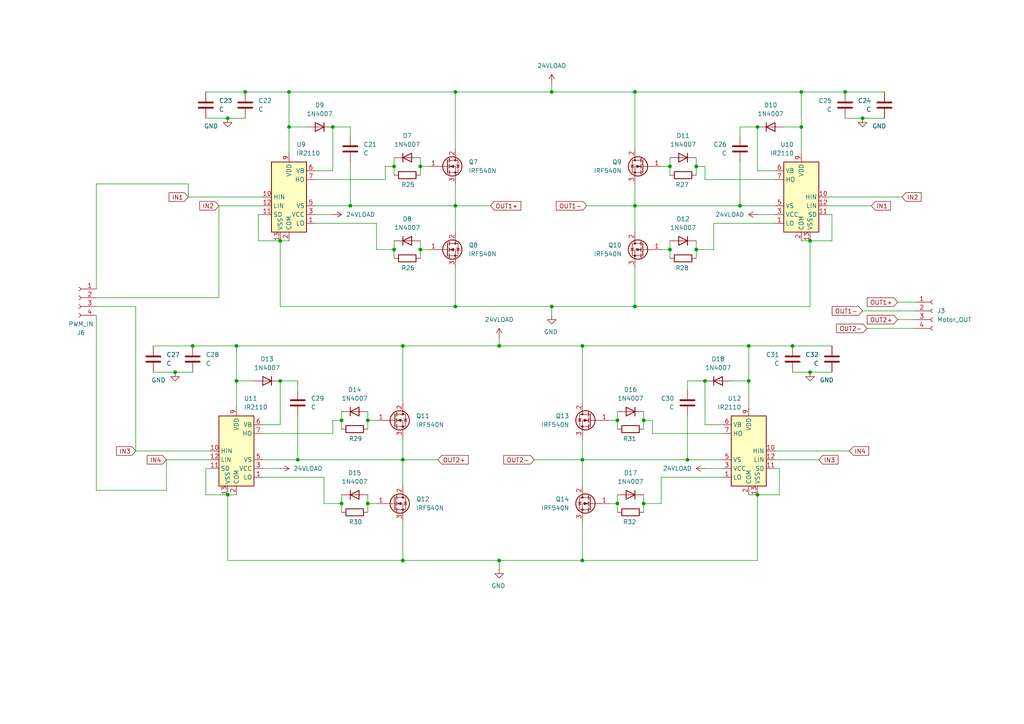
<source format=kicad_sch>
(kicad_sch (version 20250114) (generator "eeschema") (generator_version "9.0")
  (paper "A4")
  (lib_symbols
    (symbol "Connector:Conn_01x04_Socket" (pin_names (offset 1.016) (hide yes))
      (property "Reference" "J" (at 0 5.08 0))
      (property "Value" "Conn_01x04_Socket" (at 0 -7.62 0))
      (symbol "Conn_01x04_Socket_1_1"
        (polyline (pts (xy -1.27 2.54) (xy -0.508 2.54)) (stroke (width 0.1524)))
        (polyline (pts (xy -1.27 0) (xy -0.508 0)) (stroke (width 0.1524)))
        (polyline (pts (xy -1.27 -2.54) (xy -0.508 -2.54)) (stroke (width 0.1524)))
        (polyline (pts (xy -1.27 -5.08) (xy -0.508 -5.08)) (stroke (width 0.1524)))
        (arc (start 0 2.032) (mid -0.5058 2.54) (end 0 3.048) (stroke (width 0.1524)))
        (arc (start 0 -0.508) (mid -0.5058 0) (end 0 0.508) (stroke (width 0.1524)))
        (arc (start 0 -3.048) (mid -0.5058 -2.54) (end 0 -2.032) (stroke (width 0.1524)))
        (arc (start 0 -5.588) (mid -0.5058 -5.08) (end 0 -4.572) (stroke (width 0.1524)))
        (pin passive line (at -5.08 2.54 0) (length 3.81) (name "Pin_1") (number "1"))
        (pin passive line (at -5.08 0 0) (length 3.81) (name "Pin_2") (number "2"))
        (pin passive line (at -5.08 -2.54 0) (length 3.81) (name "Pin_3") (number "3"))
        (pin passive line (at -5.08 -5.08 0) (length 3.81) (name "Pin_4") (number "4"))
      )
    )
    (symbol "Device:C" (pin_numbers (hide yes)) (pin_names (offset 0.254))
      (property "Reference" "C" (at 0.635 2.54 0))
      (property "Value" "C" (at 0.635 -2.54 0))
      (symbol "C_0_1"
        (polyline (pts (xy -2.032 0.762) (xy 2.032 0.762)) (stroke (width 0.508)))
        (polyline (pts (xy -2.032 -0.762) (xy 2.032 -0.762)) (stroke (width 0.508)))
      )
      (symbol "C_1_1"
        (pin passive line (at 0 3.81 270) (length 2.794) (name "~") (number "1"))
        (pin passive line (at 0 -3.81 90) (length 2.794) (name "~") (number "2"))
      )
    )
    (symbol "Device:R" (pin_numbers (hide yes)) (pin_names (offset 0))
      (property "Reference" "R" (at 2.032 0 90))
      (property "Value" "R" (at 0 0 90))
      (symbol "R_0_1"
        (rectangle (start -1.016 -2.54) (end 1.016 2.54) (stroke (width 0.254)))
      )
      (symbol "R_1_1"
        (pin passive line (at 0 3.81 270) (length 1.27) (name "~") (number "1"))
        (pin passive line (at 0 -3.81 90) (length 1.27) (name "~") (number "2"))
      )
    )
    (symbol "Diode:1N4007" (pin_numbers (hide yes)) (pin_names (hide yes))
      (property "Reference" "D" (at 0 2.54 0))
      (property "Value" "1N4007" (at 0 -2.54 0))
      (symbol "1N4007_0_1"
        (polyline (pts (xy -1.27 1.27) (xy -1.27 -1.27)) (stroke (width 0.254)))
        (polyline (pts (xy 1.27 1.27) (xy 1.27 -1.27) (xy -1.27 0) (xy 1.27 1.27)) (stroke (width 0.254)))
        (polyline (pts (xy 1.27 0) (xy -1.27 0)))
      )
      (symbol "1N4007_1_1"
        (pin passive line (at -3.81 0 0) (length 2.54) (name "K") (number "1"))
        (pin passive line (at 3.81 0 180) (length 2.54) (name "A") (number "2"))
      )
    )
    (symbol "Driver_FET:IR2110"
      (property "Reference" "U" (at 1.27 13.335 0))
      (property "Value" "IR2110" (at 1.27 11.43 0))
      (symbol "IR2110_0_1"
        (rectangle (start -5.08 -10.16) (end 5.08 10.16) (stroke (width 0.254)) (fill (type background)))
      )
      (symbol "IR2110_1_1"
        (pin input line (at -7.62 0 0) (length 2.54) (name "HIN") (number "10"))
        (pin input line (at -7.62 -2.54 0) (length 2.54) (name "LIN") (number "12"))
        (pin input line (at -7.62 -5.08 0) (length 2.54) (name "SD") (number "11"))
        (pin no_connect line (at -5.08 7.62 0) (length 2.54) (hide yes) (name "NC") (number "4"))
        (pin no_connect line (at -5.08 5.08 0) (length 2.54) (hide yes) (name "NC") (number "8"))
        (pin no_connect line (at -5.08 2.54 0) (length 2.54) (hide yes) (name "NC") (number "14"))
        (pin power_in line (at -2.54 -12.7 90) (length 2.54) (name "VSS") (number "13"))
        (pin power_in line (at 0 12.7 270) (length 2.54) (name "VDD") (number "9"))
        (pin power_in line (at 0 -12.7 90) (length 2.54) (name "COM") (number "2"))
        (pin passive line (at 7.62 7.62 180) (length 2.54) (name "VB") (number "6"))
        (pin output line (at 7.62 5.08 180) (length 2.54) (name "HO") (number "7"))
        (pin passive line (at 7.62 -2.54 180) (length 2.54) (name "VS") (number "5"))
        (pin power_in line (at 7.62 -5.08 180) (length 2.54) (name "VCC") (number "3"))
        (pin output line (at 7.62 -7.62 180) (length 2.54) (name "LO") (number "1"))
      )
    )
    (symbol "Transistor_FET:IRF540N" (pin_names (hide yes))
      (property "Reference" "Q" (at 5.08 1.905 0))
      (property "Value" "IRF540N" (at 5.08 0 0))
      (symbol "IRF540N_0_1"
        (polyline (pts (xy 0.254 1.905) (xy 0.254 -1.905)) (stroke (width 0.254)))
        (polyline (pts (xy 0.254 0) (xy -2.54 0)))
        (polyline (pts (xy 0.762 2.286) (xy 0.762 1.27)) (stroke (width 0.254)))
        (polyline (pts (xy 0.762 0.508) (xy 0.762 -0.508)) (stroke (width 0.254)))
        (polyline (pts (xy 0.762 -1.27) (xy 0.762 -2.286)) (stroke (width 0.254)))
        (polyline (pts (xy 0.762 -1.778) (xy 3.302 -1.778) (xy 3.302 1.778) (xy 0.762 1.778)))
        (polyline (pts (xy 1.016 0) (xy 2.032 0.381) (xy 2.032 -0.381) (xy 1.016 0)) (fill (type outline)))
        (circle (center 1.651 0) (radius 2.794) (stroke (width 0.254)))
        (polyline (pts (xy 2.54 2.54) (xy 2.54 1.778)))
        (circle (center 2.54 1.778) (radius 0.254) (fill (type outline)))
        (circle (center 2.54 -1.778) (radius 0.254) (fill (type outline)))
        (polyline (pts (xy 2.54 -2.54) (xy 2.54 0) (xy 0.762 0)))
        (polyline (pts (xy 2.794 0.508) (xy 2.921 0.381) (xy 3.683 0.381) (xy 3.81 0.254)))
        (polyline (pts (xy 3.302 0.381) (xy 2.921 -0.254) (xy 3.683 -0.254) (xy 3.302 0.381)))
      )
      (symbol "IRF540N_1_1"
        (pin input line (at -5.08 0 0) (length 2.54) (name "G") (number "1"))
        (pin passive line (at 2.54 5.08 270) (length 2.54) (name "D") (number "2"))
        (pin passive line (at 2.54 -5.08 90) (length 2.54) (name "S") (number "3"))
      )
    )
    (symbol "power:GND" (power) (pin_numbers (hide yes)) (pin_names (offset 0) (hide yes))
      (property "Value" "GND" (at 0 -3.81 0))
      (symbol "GND_0_1"
        (polyline (pts (xy 0 0) (xy 0 -1.27) (xy 1.27 -1.27) (xy 0 -2.54) (xy -1.27 -1.27) (xy 0 -1.27)))
      )
      (symbol "GND_1_1"
        (pin power_in line (at 0 0 270) (length 0) (name "~") (number "1"))
      )
    )
    (symbol "power:VCC" (power) (pin_numbers (hide yes)) (pin_names (offset 0) (hide yes))
      (property "Value" "VCC" (at 0 3.556 0))
      (symbol "VCC_0_1"
        (polyline (pts (xy -0.762 1.27) (xy 0 2.54)))
        (polyline (pts (xy 0 2.54) (xy 0.762 1.27)))
        (polyline (pts (xy 0 0) (xy 0 2.54)))
      )
      (symbol "VCC_1_1"
        (pin power_in line (at 0 0 90) (length 0) (name "~") (number "1"))
      )
    )
  )
  (junction (at 219.71 36.83))
  (junction (at 234.95 107.95))
  (junction (at 214.63 59.69))
  (junction (at 121.92 48.26))
  (junction (at 68.58 110.49))
  (junction (at 245.11 26.67))
  (junction (at 68.58 100.33))
  (junction (at 250.19 34.29))
  (junction (at 179.07 146.05))
  (junction (at 50.8 107.95))
  (junction (at 132.08 59.69))
  (junction (at 96.52 36.83))
  (junction (at 144.78 100.33))
  (junction (at 194.31 48.26))
  (junction (at 106.68 146.05))
  (junction (at 106.68 121.92))
  (junction (at 217.17 100.33))
  (junction (at 234.95 69.85))
  (junction (at 81.28 110.49))
  (junction (at 184.15 88.9))
  (junction (at 204.47 110.49))
  (junction (at 86.36 133.35))
  (junction (at 132.08 88.9))
  (junction (at 217.17 110.49))
  (junction (at 186.69 121.92))
  (junction (at 186.69 146.05))
  (junction (at 66.04 143.51))
  (junction (at 114.3 48.26))
  (junction (at 194.31 72.39))
  (junction (at 232.41 36.83))
  (junction (at 121.92 72.39))
  (junction (at 99.06 121.92))
  (junction (at 83.82 36.83))
  (junction (at 116.84 133.35))
  (junction (at 184.15 59.69))
  (junction (at 71.12 26.67))
  (junction (at 81.28 69.85))
  (junction (at 83.82 26.67))
  (junction (at 201.93 48.26))
  (junction (at 232.41 26.67))
  (junction (at 168.91 100.33))
  (junction (at 144.78 162.56))
  (junction (at 199.39 133.35))
  (junction (at 114.3 72.39))
  (junction (at 179.07 121.92))
  (junction (at 219.71 143.51))
  (junction (at 184.15 26.67))
  (junction (at 168.91 133.35))
  (junction (at 132.08 26.67))
  (junction (at 160.02 26.67))
  (junction (at 55.88 100.33))
  (junction (at 116.84 100.33))
  (junction (at 168.91 162.56))
  (junction (at 160.02 88.9))
  (junction (at 66.04 34.29))
  (junction (at 101.6 59.69))
  (junction (at 99.06 146.05))
  (junction (at 201.93 72.39))
  (junction (at 229.87 100.33))
  (junction (at 116.84 162.56))
  (wire (pts (xy 199.39 110.49) (xy 204.47 110.49)))
  (wire (pts (xy 81.28 69.85) (xy 81.28 88.9)))
  (wire (pts (xy 207.01 72.39) (xy 201.93 72.39)))
  (wire (pts (xy 232.41 26.67) (xy 184.15 26.67)))
  (wire (pts (xy 184.15 43.18) (xy 184.15 26.67)))
  (wire (pts (xy 116.84 151.13) (xy 116.84 162.56)))
  (wire (pts (xy 83.82 44.45) (xy 83.82 36.83)))
  (wire (pts (xy 144.78 100.33) (xy 116.84 100.33)))
  (wire (pts (xy 55.88 100.33) (xy 68.58 100.33)))
  (wire (pts (xy 214.63 46.99) (xy 214.63 59.69)))
  (wire (pts (xy 214.63 39.37) (xy 214.63 36.83)))
  (wire (pts (xy 76.2 138.43) (xy 93.98 138.43)))
  (wire (pts (xy 76.2 135.89) (xy 81.28 135.89)))
  (wire (pts (xy 83.82 36.83) (xy 88.9 36.83)))
  (wire (pts (xy 59.69 143.51) (xy 66.04 143.51)))
  (wire (pts (xy 48.26 133.35) (xy 60.96 133.35)))
  (wire (pts (xy 86.36 110.49) (xy 81.28 110.49)))
  (wire (pts (xy 44.45 100.33) (xy 55.88 100.33)))
  (wire (pts (xy 60.96 135.89) (xy 59.69 135.89)))
  (wire (pts (xy 240.03 62.23) (xy 241.3 62.23)))
  (wire (pts (xy 116.84 133.35) (xy 116.84 140.97)))
  (wire (pts (xy 91.44 52.07) (xy 111.76 52.07)))
  (wire (pts (xy 106.68 119.38) (xy 106.68 121.92)))
  (wire (pts (xy 59.69 135.89) (xy 59.69 143.51)))
  (wire (pts (xy 184.15 53.34) (xy 184.15 59.69)))
  (wire (pts (xy 194.31 48.26) (xy 194.31 50.8)))
  (wire (pts (xy 160.02 88.9) (xy 132.08 88.9)))
  (wire (pts (xy 214.63 59.69) (xy 224.79 59.69)))
  (wire (pts (xy 109.22 72.39) (xy 114.3 72.39)))
  (wire (pts (xy 39.37 88.9) (xy 39.37 130.81)))
  (wire (pts (xy 226.06 143.51) (xy 219.71 143.51)))
  (wire (pts (xy 27.94 86.36) (xy 63.5 86.36)))
  (wire (pts (xy 168.91 116.84) (xy 168.91 100.33)))
  (wire (pts (xy 241.3 62.23) (xy 241.3 69.85)))
  (wire (pts (xy 245.11 26.67) (xy 232.41 26.67)))
  (wire (pts (xy 121.92 72.39) (xy 121.92 74.93)))
  (wire (pts (xy 237.49 133.35) (xy 224.79 133.35)))
  (wire (pts (xy 160.02 26.67) (xy 184.15 26.67)))
  (wire (pts (xy 132.08 88.9) (xy 81.28 88.9)))
  (wire (pts (xy 160.02 88.9) (xy 160.02 91.44)))
  (wire (pts (xy 209.55 123.19) (xy 204.47 123.19)))
  (wire (pts (xy 76.2 123.19) (xy 81.28 123.19)))
  (wire (pts (xy 219.71 143.51) (xy 219.71 162.56)))
  (wire (pts (xy 241.3 69.85) (xy 234.95 69.85)))
  (wire (pts (xy 101.6 36.83) (xy 96.52 36.83)))
  (wire (pts (xy 111.76 48.26) (xy 114.3 48.26)))
  (wire (pts (xy 256.54 34.29) (xy 250.19 34.29)))
  (wire (pts (xy 101.6 39.37) (xy 101.6 36.83)))
  (wire (pts (xy 201.93 69.85) (xy 201.93 72.39)))
  (wire (pts (xy 179.07 121.92) (xy 179.07 124.46)))
  (wire (pts (xy 241.3 100.33) (xy 229.87 100.33)))
  (wire (pts (xy 189.23 121.92) (xy 186.69 121.92)))
  (wire (pts (xy 214.63 36.83) (xy 219.71 36.83)))
  (wire (pts (xy 99.06 121.92) (xy 99.06 124.46)))
  (wire (pts (xy 186.69 119.38) (xy 186.69 121.92)))
  (wire (pts (xy 144.78 162.56) (xy 144.78 165.1)))
  (wire (pts (xy 186.69 121.92) (xy 186.69 124.46)))
  (wire (pts (xy 86.36 113.03) (xy 86.36 110.49)))
  (wire (pts (xy 179.07 119.38) (xy 179.07 121.92)))
  (wire (pts (xy 191.77 146.05) (xy 186.69 146.05)))
  (wire (pts (xy 160.02 24.13) (xy 160.02 26.67)))
  (wire (pts (xy 71.12 26.67) (xy 83.82 26.67)))
  (wire (pts (xy 251.46 95.25) (xy 265.43 95.25)))
  (wire (pts (xy 199.39 120.65) (xy 199.39 133.35)))
  (wire (pts (xy 217.17 118.11) (xy 217.17 110.49)))
  (wire (pts (xy 232.41 36.83) (xy 232.41 26.67)))
  (wire (pts (xy 226.06 135.89) (xy 226.06 143.51)))
  (wire (pts (xy 59.69 26.67) (xy 71.12 26.67)))
  (wire (pts (xy 194.31 72.39) (xy 194.31 69.85)))
  (wire (pts (xy 144.78 162.56) (xy 168.91 162.56)))
  (wire (pts (xy 91.44 62.23) (xy 96.52 62.23)))
  (wire (pts (xy 179.07 146.05) (xy 179.07 143.51)))
  (wire (pts (xy 217.17 110.49) (xy 212.09 110.49)))
  (wire (pts (xy 224.79 49.53) (xy 219.71 49.53)))
  (wire (pts (xy 132.08 53.34) (xy 132.08 59.69)))
  (wire (pts (xy 224.79 62.23) (xy 219.71 62.23)))
  (wire (pts (xy 68.58 110.49) (xy 73.66 110.49)))
  (wire (pts (xy 96.52 125.73) (xy 96.52 121.92)))
  (wire (pts (xy 44.45 107.95) (xy 50.8 107.95)))
  (wire (pts (xy 256.54 26.67) (xy 245.11 26.67)))
  (wire (pts (xy 116.84 162.56) (xy 66.04 162.56)))
  (wire (pts (xy 59.69 34.29) (xy 66.04 34.29)))
  (wire (pts (xy 179.07 121.92) (xy 176.53 121.92)))
  (wire (pts (xy 144.78 97.79) (xy 144.78 100.33)))
  (wire (pts (xy 114.3 48.26) (xy 114.3 50.8)))
  (wire (pts (xy 207.01 64.77) (xy 207.01 72.39)))
  (wire (pts (xy 260.35 92.71) (xy 265.43 92.71)))
  (wire (pts (xy 116.84 116.84) (xy 116.84 100.33)))
  (wire (pts (xy 63.5 86.36) (xy 63.5 59.69)))
  (wire (pts (xy 168.91 162.56) (xy 219.71 162.56)))
  (wire (pts (xy 86.36 133.35) (xy 76.2 133.35)))
  (wire (pts (xy 144.78 162.56) (xy 116.84 162.56)))
  (wire (pts (xy 132.08 59.69) (xy 132.08 67.31)))
  (wire (pts (xy 194.31 48.26) (xy 191.77 48.26)))
  (wire (pts (xy 27.94 142.24) (xy 48.26 142.24)))
  (wire (pts (xy 86.36 120.65) (xy 86.36 133.35)))
  (wire (pts (xy 154.94 133.35) (xy 168.91 133.35)))
  (wire (pts (xy 66.04 34.29) (xy 71.12 34.29)))
  (wire (pts (xy 132.08 77.47) (xy 132.08 88.9)))
  (wire (pts (xy 194.31 72.39) (xy 191.77 72.39)))
  (wire (pts (xy 93.98 146.05) (xy 99.06 146.05)))
  (wire (pts (xy 246.38 130.81) (xy 224.79 130.81)))
  (wire (pts (xy 121.92 45.72) (xy 121.92 48.26)))
  (wire (pts (xy 232.41 36.83) (xy 227.33 36.83)))
  (wire (pts (xy 114.3 69.85) (xy 114.3 72.39)))
  (wire (pts (xy 91.44 64.77) (xy 109.22 64.77)))
  (wire (pts (xy 48.26 142.24) (xy 48.26 133.35)))
  (wire (pts (xy 74.93 62.23) (xy 74.93 69.85)))
  (wire (pts (xy 81.28 110.49) (xy 81.28 123.19)))
  (wire (pts (xy 234.95 107.95) (xy 229.87 107.95)))
  (wire (pts (xy 241.3 107.95) (xy 234.95 107.95)))
  (wire (pts (xy 252.73 59.69) (xy 240.03 59.69)))
  (wire (pts (xy 93.98 138.43) (xy 93.98 146.05)))
  (wire (pts (xy 204.47 48.26) (xy 201.93 48.26)))
  (wire (pts (xy 201.93 48.26) (xy 201.93 50.8)))
  (wire (pts (xy 170.18 59.69) (xy 184.15 59.69)))
  (wire (pts (xy 194.31 45.72) (xy 194.31 48.26)))
  (wire (pts (xy 144.78 100.33) (xy 168.91 100.33)))
  (wire (pts (xy 106.68 146.05) (xy 106.68 148.59)))
  (wire (pts (xy 101.6 59.69) (xy 91.44 59.69)))
  (wire (pts (xy 121.92 72.39) (xy 121.92 69.85)))
  (wire (pts (xy 101.6 46.99) (xy 101.6 59.69)))
  (wire (pts (xy 250.19 90.17) (xy 265.43 90.17)))
  (wire (pts (xy 179.07 146.05) (xy 176.53 146.05)))
  (wire (pts (xy 179.07 146.05) (xy 179.07 148.59)))
  (wire (pts (xy 121.92 72.39) (xy 124.46 72.39)))
  (wire (pts (xy 204.47 110.49) (xy 204.47 123.19)))
  (wire (pts (xy 160.02 26.67) (xy 132.08 26.67)))
  (wire (pts (xy 199.39 133.35) (xy 209.55 133.35)))
  (wire (pts (xy 232.41 44.45) (xy 232.41 36.83)))
  (wire (pts (xy 114.3 45.72) (xy 114.3 48.26)))
  (wire (pts (xy 106.68 146.05) (xy 106.68 143.51)))
  (wire (pts (xy 219.71 36.83) (xy 219.71 49.53)))
  (wire (pts (xy 27.94 88.9) (xy 39.37 88.9)))
  (wire (pts (xy 54.61 57.15) (xy 76.2 57.15)))
  (wire (pts (xy 68.58 118.11) (xy 68.58 110.49)))
  (wire (pts (xy 121.92 48.26) (xy 121.92 50.8)))
  (wire (pts (xy 66.04 143.51) (xy 68.58 143.51)))
  (wire (pts (xy 132.08 59.69) (xy 142.24 59.69)))
  (wire (pts (xy 168.91 133.35) (xy 199.39 133.35)))
  (wire (pts (xy 199.39 113.03) (xy 199.39 110.49)))
  (wire (pts (xy 76.2 62.23) (xy 74.93 62.23)))
  (wire (pts (xy 99.06 146.05) (xy 99.06 148.59)))
  (wire (pts (xy 74.93 69.85) (xy 81.28 69.85)))
  (wire (pts (xy 234.95 69.85) (xy 232.41 69.85)))
  (wire (pts (xy 184.15 59.69) (xy 184.15 67.31)))
  (wire (pts (xy 201.93 45.72) (xy 201.93 48.26)))
  (wire (pts (xy 106.68 146.05) (xy 109.22 146.05)))
  (wire (pts (xy 116.84 127) (xy 116.84 133.35)))
  (wire (pts (xy 99.06 119.38) (xy 99.06 121.92)))
  (wire (pts (xy 39.37 130.81) (xy 60.96 130.81)))
  (wire (pts (xy 204.47 52.07) (xy 204.47 48.26)))
  (wire (pts (xy 189.23 125.73) (xy 189.23 121.92)))
  (wire (pts (xy 250.19 34.29) (xy 245.11 34.29)))
  (wire (pts (xy 114.3 72.39) (xy 114.3 74.93)))
  (wire (pts (xy 106.68 121.92) (xy 109.22 121.92)))
  (wire (pts (xy 168.91 127) (xy 168.91 133.35)))
  (wire (pts (xy 217.17 110.49) (xy 217.17 100.33)))
  (wire (pts (xy 86.36 133.35) (xy 116.84 133.35)))
  (wire (pts (xy 229.87 100.33) (xy 217.17 100.33)))
  (wire (pts (xy 76.2 125.73) (xy 96.52 125.73)))
  (wire (pts (xy 224.79 135.89) (xy 226.06 135.89)))
  (wire (pts (xy 106.68 121.92) (xy 106.68 124.46)))
  (wire (pts (xy 184.15 59.69) (xy 214.63 59.69)))
  (wire (pts (xy 261.62 57.15) (xy 240.03 57.15)))
  (wire (pts (xy 27.94 91.44) (xy 27.94 142.24)))
  (wire (pts (xy 96.52 36.83) (xy 96.52 49.53)))
  (wire (pts (xy 209.55 125.73) (xy 189.23 125.73)))
  (wire (pts (xy 121.92 48.26) (xy 124.46 48.26)))
  (wire (pts (xy 184.15 77.47) (xy 184.15 88.9)))
  (wire (pts (xy 201.93 72.39) (xy 201.93 74.93)))
  (wire (pts (xy 99.06 143.51) (xy 99.06 146.05)))
  (wire (pts (xy 209.55 138.43) (xy 191.77 138.43)))
  (wire (pts (xy 50.8 107.95) (xy 55.88 107.95)))
  (wire (pts (xy 168.91 133.35) (xy 168.91 140.97)))
  (wire (pts (xy 219.71 143.51) (xy 217.17 143.51)))
  (wire (pts (xy 160.02 88.9) (xy 184.15 88.9)))
  (wire (pts (xy 81.28 69.85) (xy 83.82 69.85)))
  (wire (pts (xy 168.91 151.13) (xy 168.91 162.56)))
  (wire (pts (xy 27.94 53.34) (xy 54.61 53.34)))
  (wire (pts (xy 191.77 138.43) (xy 191.77 146.05)))
  (wire (pts (xy 194.31 72.39) (xy 194.31 74.93)))
  (wire (pts (xy 224.79 64.77) (xy 207.01 64.77)))
  (wire (pts (xy 217.17 100.33) (xy 168.91 100.33)))
  (wire (pts (xy 186.69 146.05) (xy 186.69 148.59)))
  (wire (pts (xy 132.08 43.18) (xy 132.08 26.67)))
  (wire (pts (xy 111.76 52.07) (xy 111.76 48.26)))
  (wire (pts (xy 209.55 135.89) (xy 204.47 135.89)))
  (wire (pts (xy 27.94 83.82) (xy 27.94 53.34)))
  (wire (pts (xy 68.58 110.49) (xy 68.58 100.33)))
  (wire (pts (xy 260.35 87.63) (xy 265.43 87.63)))
  (wire (pts (xy 116.84 133.35) (xy 127 133.35)))
  (wire (pts (xy 109.22 64.77) (xy 109.22 72.39)))
  (wire (pts (xy 184.15 88.9) (xy 234.95 88.9)))
  (wire (pts (xy 63.5 59.69) (xy 76.2 59.69)))
  (wire (pts (xy 83.82 36.83) (xy 83.82 26.67)))
  (wire (pts (xy 91.44 49.53) (xy 96.52 49.53)))
  (wire (pts (xy 96.52 121.92) (xy 99.06 121.92)))
  (wire (pts (xy 234.95 69.85) (xy 234.95 88.9)))
  (wire (pts (xy 186.69 143.51) (xy 186.69 146.05)))
  (wire (pts (xy 66.04 143.51) (xy 66.04 162.56)))
  (wire (pts (xy 101.6 59.69) (xy 132.08 59.69)))
  (wire (pts (xy 224.79 52.07) (xy 204.47 52.07)))
  (wire (pts (xy 54.61 53.34) (xy 54.61 57.15)))
  (wire (pts (xy 68.58 100.33) (xy 116.84 100.33)))
  (wire (pts (xy 83.82 26.67) (xy 132.08 26.67)))
  (global_label "IN3" (shape input) (at 237.49 133.35 0) (property "Intersheetrefs" "${INTERSHEET_REFS}" (effects (hide yes))))
  (global_label "IN1" (shape input) (at 54.61 57.15 180) (property "Intersheetrefs" "${INTERSHEET_REFS}" (effects (hide yes))))
  (global_label "IN3" (shape input) (at 39.37 130.81 180) (property "Intersheetrefs" "${INTERSHEET_REFS}" (effects (hide yes))))
  (global_label "OUT2+" (shape input) (at 127 133.35 0) (property "Intersheetrefs" "${INTERSHEET_REFS}" (effects (hide yes))))
  (global_label "IN2" (shape input) (at 63.5 59.69 180) (property "Intersheetrefs" "${INTERSHEET_REFS}" (effects (hide yes))))
  (global_label "OUT1-" (shape input) (at 250.19 90.17 180) (property "Intersheetrefs" "${INTERSHEET_REFS}" (effects (hide yes))))
  (global_label "OUT2-" (shape input) (at 251.46 95.25 180) (property "Intersheetrefs" "${INTERSHEET_REFS}" (effects (hide yes))))
  (global_label "IN1" (shape input) (at 252.73 59.69 0) (property "Intersheetrefs" "${INTERSHEET_REFS}" (effects (hide yes))))
  (global_label "OUT1+" (shape input) (at 260.35 87.63 180) (property "Intersheetrefs" "${INTERSHEET_REFS}" (effects (hide yes))))
  (global_label "OUT2+" (shape input) (at 260.35 92.71 180) (property "Intersheetrefs" "${INTERSHEET_REFS}" (effects (hide yes))))
  (global_label "OUT1-" (shape input) (at 170.18 59.69 180) (property "Intersheetrefs" "${INTERSHEET_REFS}" (effects (hide yes))))
  (global_label "OUT2-" (shape input) (at 154.94 133.35 180) (property "Intersheetrefs" "${INTERSHEET_REFS}" (effects (hide yes))))
  (global_label "IN4" (shape input) (at 246.38 130.81 0) (property "Intersheetrefs" "${INTERSHEET_REFS}" (effects (hide yes))))
  (global_label "IN2" (shape input) (at 261.62 57.15 0) (property "Intersheetrefs" "${INTERSHEET_REFS}" (effects (hide yes))))
  (global_label "OUT1+" (shape input) (at 142.24 59.69 0) (property "Intersheetrefs" "${INTERSHEET_REFS}" (effects (hide yes))))
  (global_label "IN4" (shape input) (at 48.26 133.35 180) (property "Intersheetrefs" "${INTERSHEET_REFS}" (effects (hide yes))))
  (symbol (lib_id "Device:C") (at 199.39 116.84 0) (mirror x) (unit 1)
    (property "Reference" "C30" (at 195.58 115.5699 0) (effects (justify right)))
    (property "Value" "C" (at 195.58 118.1099 0) (effects (justify right)))
    (property "Footprint" "Capacitor_SMD:C_0805_2012Metric_Pad1.18x1.45mm_HandSolder" (effects (hide yes)))
    (property "Description" "Unpolarized capacitor" (effects (hide yes)))
  )
  (symbol (lib_id "Diode:1N4007") (at 118.11 69.85 0) (unit 1)
    (property "Reference" "D8" (at 118.11 63.5 0))
    (property "Value" "1N4007" (at 118.11 66.04 0))
    (property "Footprint" "Diode_THT:D_DO-41_SOD81_P10.16mm_Horizontal" (effects (hide yes)))
    (property "Datasheet" "http://www.vishay.com/docs/88503/1n4001.pdf" (effects (hide yes)))
    (property "Description" "1000V 1A General Purpose Rectifier Diode, DO-41" (effects (hide yes)))
    (property "Sim.Device" "D" (effects (hide yes)))
    (property "Sim.Pins" "1=K 2=A" (effects (hide yes)))
  )
  (symbol (lib_id "Device:C") (at 71.12 30.48 180) (unit 1)
    (property "Reference" "C22" (at 74.93 29.2099 0) (effects (justify right)))
    (property "Value" "C" (at 74.93 31.7499 0) (effects (justify right)))
    (property "Footprint" "Capacitor_SMD:C_0805_2012Metric_Pad1.18x1.45mm_HandSolder" (effects (hide yes)))
    (property "Description" "Unpolarized capacitor" (effects (hide yes)))
  )
  (symbol (lib_id "Driver_FET:IR2110") (at 83.82 57.15 0) (unit 1)
    (property "Reference" "U9" (at 85.9633 41.91 0) (effects (justify left)))
    (property "Value" "IR2110" (at 85.9633 44.45 0) (effects (justify left)))
    (property "Footprint" "Package_DIP:DIP-14_W7.62mm" (effects (hide yes)))
    (property "Datasheet" "https://www.infineon.com/dgdl/ir2110.pdf?fileId=5546d462533600a4015355c80333167e" (effects (hide yes)))
    (property "Description" "High and Low Side Driver, 500V, 2.0/2.0A, PDIP-14" (effects (hide yes)))
  )
  (symbol (lib_id "Device:C") (at 59.69 30.48 180) (unit 1)
    (property "Reference" "C23" (at 63.5 29.2099 0) (effects (justify right)))
    (property "Value" "C" (at 63.5 31.7499 0) (effects (justify right)))
    (property "Footprint" "Capacitor_SMD:C_0805_2012Metric_Pad1.18x1.45mm_HandSolder" (effects (hide yes)))
    (property "Description" "Unpolarized capacitor" (effects (hide yes)))
  )
  (symbol (lib_id "Device:C") (at 214.63 43.18 0) (mirror x) (unit 1)
    (property "Reference" "C26" (at 210.82 41.9099 0) (effects (justify right)))
    (property "Value" "C" (at 210.82 44.4499 0) (effects (justify right)))
    (property "Footprint" "Capacitor_SMD:C_0805_2012Metric_Pad1.18x1.45mm_HandSolder" (effects (hide yes)))
    (property "Description" "Unpolarized capacitor" (effects (hide yes)))
  )
  (symbol (lib_id "Diode:1N4007") (at 208.28 110.49 0) (mirror x) (unit 1)
    (property "Reference" "D18" (at 208.28 104.14 0))
    (property "Value" "1N4007" (at 208.28 106.68 0))
    (property "Footprint" "Diode_THT:D_DO-41_SOD81_P10.16mm_Horizontal" (effects (hide yes)))
    (property "Datasheet" "http://www.vishay.com/docs/88503/1n4001.pdf" (effects (hide yes)))
    (property "Description" "1000V 1A General Purpose Rectifier Diode, DO-41" (effects (hide yes)))
    (property "Sim.Device" "D" (effects (hide yes)))
    (property "Sim.Pins" "1=K 2=A" (effects (hide yes)))
  )
  (symbol (lib_id "Diode:1N4007") (at 92.71 36.83 180) (unit 1)
    (property "Reference" "D9" (at 92.71 30.48 0))
    (property "Value" "1N4007" (at 92.71 33.02 0))
    (property "Footprint" "Diode_THT:D_DO-41_SOD81_P10.16mm_Horizontal" (effects (hide yes)))
    (property "Datasheet" "http://www.vishay.com/docs/88503/1n4001.pdf" (effects (hide yes)))
    (property "Description" "1000V 1A General Purpose Rectifier Diode, DO-41" (effects (hide yes)))
    (property "Sim.Device" "D" (effects (hide yes)))
    (property "Sim.Pins" "1=K 2=A" (effects (hide yes)))
  )
  (symbol (lib_id "power:GND") (at 250.19 34.29 0) (mirror y) (unit 1)
    (property "Reference" "#PWR034" (effects (hide yes)))
    (property "Value" "GND" (at 255.016 36.576 0))
    (property "Description" "Power symbol creates a global label with name \"GND\" , ground" (effects (hide yes)))
  )
  (symbol (lib_id "Device:R") (at 118.11 74.93 270) (unit 1)
    (property "Reference" "R26" (at 118.364 77.724 90))
    (property "Value" "R" (effects (hide yes)))
    (property "Footprint" "Resistor_SMD:R_0805_2012Metric" (effects (hide yes)))
    (property "Description" "Resistor" (effects (hide yes)))
  )
  (symbol (lib_id "power:GND") (at 144.78 165.1 0) (unit 1)
    (property "Reference" "#PWR039" (effects (hide yes)))
    (property "Value" "GND" (at 144.526 169.926 0))
    (property "Description" "Power symbol creates a global label with name \"GND\" , ground" (effects (hide yes)))
  )
  (symbol (lib_id "Diode:1N4007") (at 182.88 119.38 0) (mirror y) (unit 1)
    (property "Reference" "D16" (at 182.88 113.03 0))
    (property "Value" "1N4007" (at 182.88 115.57 0))
    (property "Footprint" "Diode_THT:D_DO-41_SOD81_P10.16mm_Horizontal" (effects (hide yes)))
    (property "Datasheet" "http://www.vishay.com/docs/88503/1n4001.pdf" (effects (hide yes)))
    (property "Description" "1000V 1A General Purpose Rectifier Diode, DO-41" (effects (hide yes)))
    (property "Sim.Device" "D" (effects (hide yes)))
    (property "Sim.Pins" "1=K 2=A" (effects (hide yes)))
  )
  (symbol (lib_id "Transistor_FET:IRF540N") (at 186.69 72.39 0) (mirror y) (unit 1)
    (property "Reference" "Q10" (at 180.34 71.1199 0) (effects (justify left)))
    (property "Value" "IRF540N" (at 180.34 73.6599 0) (effects (justify left)))
    (property "Footprint" "Package_TO_SOT_THT:TO-220-3_Vertical" (effects (hide yes)))
    (property "Datasheet" "http://www.irf.com/product-info/datasheets/data/irf540n.pdf" (effects (hide yes)))
    (property "Description" "33A Id, 100V Vds, HEXFET N-Channel MOSFET, TO-220" (effects (hide yes)))
  )
  (symbol (lib_id "Device:R") (at 182.88 124.46 90) (mirror x) (unit 1)
    (property "Reference" "R31" (at 182.626 127.254 90))
    (property "Value" "R" (effects (hide yes)))
    (property "Footprint" "Resistor_SMD:R_0805_2012Metric" (effects (hide yes)))
    (property "Description" "Resistor" (effects (hide yes)))
  )
  (symbol (lib_id "Diode:1N4007") (at 198.12 45.72 0) (mirror y) (unit 1)
    (property "Reference" "D11" (at 198.12 39.37 0))
    (property "Value" "1N4007" (at 198.12 41.91 0))
    (property "Footprint" "Diode_THT:D_DO-41_SOD81_P10.16mm_Horizontal" (effects (hide yes)))
    (property "Datasheet" "http://www.vishay.com/docs/88503/1n4001.pdf" (effects (hide yes)))
    (property "Description" "1000V 1A General Purpose Rectifier Diode, DO-41" (effects (hide yes)))
    (property "Sim.Device" "D" (effects (hide yes)))
    (property "Sim.Pins" "1=K 2=A" (effects (hide yes)))
  )
  (symbol (lib_id "Diode:1N4007") (at 223.52 36.83 0) (mirror x) (unit 1)
    (property "Reference" "D10" (at 223.52 30.48 0))
    (property "Value" "1N4007" (at 223.52 33.02 0))
    (property "Footprint" "Diode_THT:D_DO-41_SOD81_P10.16mm_Horizontal" (effects (hide yes)))
    (property "Datasheet" "http://www.vishay.com/docs/88503/1n4001.pdf" (effects (hide yes)))
    (property "Description" "1000V 1A General Purpose Rectifier Diode, DO-41" (effects (hide yes)))
    (property "Sim.Device" "D" (effects (hide yes)))
    (property "Sim.Pins" "1=K 2=A" (effects (hide yes)))
  )
  (symbol (lib_id "Transistor_FET:IRF540N") (at 171.45 146.05 0) (mirror y) (unit 1)
    (property "Reference" "Q14" (at 165.1 144.7799 0) (effects (justify left)))
    (property "Value" "IRF540N" (at 165.1 147.3199 0) (effects (justify left)))
    (property "Footprint" "Package_TO_SOT_THT:TO-220-3_Vertical" (effects (hide yes)))
    (property "Datasheet" "http://www.irf.com/product-info/datasheets/data/irf540n.pdf" (effects (hide yes)))
    (property "Description" "33A Id, 100V Vds, HEXFET N-Channel MOSFET, TO-220" (effects (hide yes)))
  )
  (symbol (lib_id "Transistor_FET:IRF540N") (at 114.3 121.92 0) (unit 1)
    (property "Reference" "Q11" (at 120.65 120.6499 0) (effects (justify left)))
    (property "Value" "IRF540N" (at 120.65 123.1899 0) (effects (justify left)))
    (property "Footprint" "Package_TO_SOT_THT:TO-220-3_Vertical" (effects (hide yes)))
    (property "Datasheet" "http://www.irf.com/product-info/datasheets/data/irf540n.pdf" (effects (hide yes)))
    (property "Description" "33A Id, 100V Vds, HEXFET N-Channel MOSFET, TO-220" (effects (hide yes)))
  )
  (symbol (lib_id "power:VCC") (at 96.52 62.23 270) (unit 1)
    (property "Reference" "#PWR031" (effects (hide yes)))
    (property "Value" "24VLOAD" (at 100.33 62.2299 90) (effects (justify left)))
    (property "Description" "Power symbol creates a global label with name \"VCC\"" (effects (hide yes)))
  )
  (symbol (lib_id "power:VCC") (at 144.78 97.79 0) (unit 1)
    (property "Reference" "#PWR038" (effects (hide yes)))
    (property "Value" "24VLOAD" (at 144.78 92.71 0))
    (property "Description" "Power symbol creates a global label with name \"VCC\"" (effects (hide yes)))
  )
  (symbol (lib_id "Transistor_FET:IRF540N") (at 186.69 48.26 0) (mirror y) (unit 1)
    (property "Reference" "Q9" (at 180.34 46.9899 0) (effects (justify left)))
    (property "Value" "IRF540N" (at 180.34 49.5299 0) (effects (justify left)))
    (property "Footprint" "Package_TO_SOT_THT:TO-220-3_Vertical" (effects (hide yes)))
    (property "Datasheet" "http://www.irf.com/product-info/datasheets/data/irf540n.pdf" (effects (hide yes)))
    (property "Description" "33A Id, 100V Vds, HEXFET N-Channel MOSFET, TO-220" (effects (hide yes)))
  )
  (symbol (lib_id "power:GND") (at 50.8 107.95 0) (unit 1)
    (property "Reference" "#PWR035" (effects (hide yes)))
    (property "Value" "GND" (at 45.974 110.236 0))
    (property "Description" "Power symbol creates a global label with name \"GND\" , ground" (effects (hide yes)))
  )
  (symbol (lib_id "Transistor_FET:IRF540N") (at 114.3 146.05 0) (unit 1)
    (property "Reference" "Q12" (at 120.65 144.7799 0) (effects (justify left)))
    (property "Value" "IRF540N" (at 120.65 147.3199 0) (effects (justify left)))
    (property "Footprint" "Package_TO_SOT_THT:TO-220-3_Vertical" (effects (hide yes)))
    (property "Datasheet" "http://www.irf.com/product-info/datasheets/data/irf540n.pdf" (effects (hide yes)))
    (property "Description" "33A Id, 100V Vds, HEXFET N-Channel MOSFET, TO-220" (effects (hide yes)))
  )
  (symbol (lib_id "Transistor_FET:IRF540N") (at 129.54 72.39 0) (unit 1)
    (property "Reference" "Q8" (at 135.89 71.1199 0) (effects (justify left)))
    (property "Value" "IRF540N" (at 135.89 73.6599 0) (effects (justify left)))
    (property "Footprint" "Package_TO_SOT_THT:TO-220-3_Vertical" (effects (hide yes)))
    (property "Datasheet" "http://www.irf.com/product-info/datasheets/data/irf540n.pdf" (effects (hide yes)))
    (property "Description" "33A Id, 100V Vds, HEXFET N-Channel MOSFET, TO-220" (effects (hide yes)))
  )
  (symbol (lib_id "Transistor_FET:IRF540N") (at 129.54 48.26 0) (unit 1)
    (property "Reference" "Q7" (at 135.89 46.9899 0) (effects (justify left)))
    (property "Value" "IRF540N" (at 135.89 49.5299 0) (effects (justify left)))
    (property "Footprint" "Package_TO_SOT_THT:TO-220-3_Vertical" (effects (hide yes)))
    (property "Datasheet" "http://www.irf.com/product-info/datasheets/data/irf540n.pdf" (effects (hide yes)))
    (property "Description" "33A Id, 100V Vds, HEXFET N-Channel MOSFET, TO-220" (effects (hide yes)))
  )
  (symbol (lib_id "Diode:1N4007") (at 102.87 119.38 0) (unit 1)
    (property "Reference" "D14" (at 102.87 113.03 0))
    (property "Value" "1N4007" (at 102.87 115.57 0))
    (property "Footprint" "Diode_THT:D_DO-41_SOD81_P10.16mm_Horizontal" (effects (hide yes)))
    (property "Datasheet" "http://www.vishay.com/docs/88503/1n4001.pdf" (effects (hide yes)))
    (property "Description" "1000V 1A General Purpose Rectifier Diode, DO-41" (effects (hide yes)))
    (property "Sim.Device" "D" (effects (hide yes)))
    (property "Sim.Pins" "1=K 2=A" (effects (hide yes)))
  )
  (symbol (lib_id "power:VCC") (at 160.02 24.13 0) (unit 1)
    (property "Reference" "#PWR030" (effects (hide yes)))
    (property "Value" "24VLOAD" (at 160.02 19.05 0))
    (property "Description" "Power symbol creates a global label with name \"VCC\"" (effects (hide yes)))
  )
  (symbol (lib_id "Diode:1N4007") (at 182.88 143.51 0) (mirror y) (unit 1)
    (property "Reference" "D17" (at 182.88 137.16 0))
    (property "Value" "1N4007" (at 182.88 139.7 0))
    (property "Footprint" "Diode_THT:D_DO-41_SOD81_P10.16mm_Horizontal" (effects (hide yes)))
    (property "Datasheet" "http://www.vishay.com/docs/88503/1n4001.pdf" (effects (hide yes)))
    (property "Description" "1000V 1A General Purpose Rectifier Diode, DO-41" (effects (hide yes)))
    (property "Sim.Device" "D" (effects (hide yes)))
    (property "Sim.Pins" "1=K 2=A" (effects (hide yes)))
  )
  (symbol (lib_id "Connector:Conn_01x04_Socket") (at 270.51 90.17 0) (unit 1)
    (property "Reference" "J3" (at 271.78 90.1699 0) (effects (justify left)))
    (property "Value" "Motor_OUT" (at 271.78 92.7099 0) (effects (justify left)))
    (property "Footprint" "Connector_Wago:Wago_734-134_1x04_P3.50mm_Vertical" (effects (hide yes)))
    (property "Description" "Generic connector, single row, 01x04, script generated" (effects (hide yes)))
  )
  (symbol (lib_id "Device:C") (at 101.6 43.18 180) (unit 1)
    (property "Reference" "C21" (at 105.41 41.9099 0) (effects (justify right)))
    (property "Value" "C" (at 105.41 44.4499 0) (effects (justify right)))
    (property "Footprint" "Capacitor_SMD:C_0805_2012Metric_Pad1.18x1.45mm_HandSolder" (effects (hide yes)))
    (property "Description" "Unpolarized capacitor" (effects (hide yes)))
  )
  (symbol (lib_id "Driver_FET:IR2110") (at 217.17 130.81 0) (mirror y) (unit 1)
    (property "Reference" "U12" (at 215.0267 115.57 0) (effects (justify left)))
    (property "Value" "IR2110" (at 215.0267 118.11 0) (effects (justify left)))
    (property "Footprint" "Package_DIP:DIP-14_W7.62mm" (effects (hide yes)))
    (property "Datasheet" "https://www.infineon.com/dgdl/ir2110.pdf?fileId=5546d462533600a4015355c80333167e" (effects (hide yes)))
    (property "Description" "High and Low Side Driver, 500V, 2.0/2.0A, PDIP-14" (effects (hide yes)))
  )
  (symbol (lib_id "Device:R") (at 102.87 124.46 270) (unit 1)
    (property "Reference" "R29" (at 103.124 127.254 90))
    (property "Value" "R" (effects (hide yes)))
    (property "Footprint" "Resistor_SMD:R_0805_2012Metric" (effects (hide yes)))
    (property "Description" "Resistor" (effects (hide yes)))
  )
  (symbol (lib_id "Device:C") (at 55.88 104.14 180) (unit 1)
    (property "Reference" "C28" (at 59.69 102.8699 0) (effects (justify right)))
    (property "Value" "C" (at 59.69 105.4099 0) (effects (justify right)))
    (property "Footprint" "Capacitor_SMD:C_0805_2012Metric_Pad1.18x1.45mm_HandSolder" (effects (hide yes)))
    (property "Description" "Unpolarized capacitor" (effects (hide yes)))
  )
  (symbol (lib_id "power:GND") (at 66.04 34.29 0) (unit 1)
    (property "Reference" "#PWR033" (effects (hide yes)))
    (property "Value" "GND" (at 61.214 36.576 0))
    (property "Description" "Power symbol creates a global label with name \"GND\" , ground" (effects (hide yes)))
  )
  (symbol (lib_id "Transistor_FET:IRF540N") (at 171.45 121.92 0) (mirror y) (unit 1)
    (property "Reference" "Q13" (at 165.1 120.6499 0) (effects (justify left)))
    (property "Value" "IRF540N" (at 165.1 123.1899 0) (effects (justify left)))
    (property "Footprint" "Package_TO_SOT_THT:TO-220-3_Vertical" (effects (hide yes)))
    (property "Datasheet" "http://www.irf.com/product-info/datasheets/data/irf540n.pdf" (effects (hide yes)))
    (property "Description" "33A Id, 100V Vds, HEXFET N-Channel MOSFET, TO-220" (effects (hide yes)))
  )
  (symbol (lib_id "Diode:1N4007") (at 198.12 69.85 0) (mirror y) (unit 1)
    (property "Reference" "D12" (at 198.12 63.5 0))
    (property "Value" "1N4007" (at 198.12 66.04 0))
    (property "Footprint" "Diode_THT:D_DO-41_SOD81_P10.16mm_Horizontal" (effects (hide yes)))
    (property "Datasheet" "http://www.vishay.com/docs/88503/1n4001.pdf" (effects (hide yes)))
    (property "Description" "1000V 1A General Purpose Rectifier Diode, DO-41" (effects (hide yes)))
    (property "Sim.Device" "D" (effects (hide yes)))
    (property "Sim.Pins" "1=K 2=A" (effects (hide yes)))
  )
  (symbol (lib_id "power:VCC") (at 81.28 135.89 270) (unit 1)
    (property "Reference" "#PWR036" (effects (hide yes)))
    (property "Value" "24VLOAD" (at 85.09 135.8899 90) (effects (justify left)))
    (property "Description" "Power symbol creates a global label with name \"VCC\"" (effects (hide yes)))
  )
  (symbol (lib_id "Device:C") (at 44.45 104.14 180) (unit 1)
    (property "Reference" "C27" (at 48.26 102.8699 0) (effects (justify right)))
    (property "Value" "C" (at 48.26 105.4099 0) (effects (justify right)))
    (property "Footprint" "Capacitor_SMD:C_0805_2012Metric_Pad1.18x1.45mm_HandSolder" (effects (hide yes)))
    (property "Description" "Unpolarized capacitor" (effects (hide yes)))
  )
  (symbol (lib_id "Device:R") (at 198.12 74.93 90) (mirror x) (unit 1)
    (property "Reference" "R28" (at 197.866 77.724 90))
    (property "Value" "R" (effects (hide yes)))
    (property "Footprint" "Resistor_SMD:R_0805_2012Metric" (effects (hide yes)))
    (property "Description" "Resistor" (effects (hide yes)))
  )
  (symbol (lib_id "Diode:1N4007") (at 77.47 110.49 180) (unit 1)
    (property "Reference" "D13" (at 77.47 104.14 0))
    (property "Value" "1N4007" (at 77.47 106.68 0))
    (property "Footprint" "Diode_THT:D_DO-41_SOD81_P10.16mm_Horizontal" (effects (hide yes)))
    (property "Datasheet" "http://www.vishay.com/docs/88503/1n4001.pdf" (effects (hide yes)))
    (property "Description" "1000V 1A General Purpose Rectifier Diode, DO-41" (effects (hide yes)))
    (property "Sim.Device" "D" (effects (hide yes)))
    (property "Sim.Pins" "1=K 2=A" (effects (hide yes)))
  )
  (symbol (lib_id "Driver_FET:IR2110") (at 68.58 130.81 0) (unit 1)
    (property "Reference" "U11" (at 70.7233 115.57 0) (effects (justify left)))
    (property "Value" "IR2110" (at 70.7233 118.11 0) (effects (justify left)))
    (property "Footprint" "Package_DIP:DIP-14_W7.62mm" (effects (hide yes)))
    (property "Datasheet" "https://www.infineon.com/dgdl/ir2110.pdf?fileId=5546d462533600a4015355c80333167e" (effects (hide yes)))
    (property "Description" "High and Low Side Driver, 500V, 2.0/2.0A, PDIP-14" (effects (hide yes)))
  )
  (symbol (lib_id "Device:C") (at 229.87 104.14 0) (mirror x) (unit 1)
    (property "Reference" "C31" (at 226.06 102.8699 0) (effects (justify right)))
    (property "Value" "C" (at 226.06 105.4099 0) (effects (justify right)))
    (property "Footprint" "Capacitor_SMD:C_0805_2012Metric_Pad1.18x1.45mm_HandSolder" (effects (hide yes)))
    (property "Description" "Unpolarized capacitor" (effects (hide yes)))
  )
  (symbol (lib_id "power:VCC") (at 204.47 135.89 90) (mirror x) (unit 1)
    (property "Reference" "#PWR040" (effects (hide yes)))
    (property "Value" "24VLOAD" (at 200.66 135.8899 90) (effects (justify left)))
    (property "Description" "Power symbol creates a global label with name \"VCC\"" (effects (hide yes)))
  )
  (symbol (lib_id "Driver_FET:IR2110") (at 232.41 57.15 0) (mirror y) (unit 1)
    (property "Reference" "U10" (at 230.2667 41.91 0) (effects (justify left)))
    (property "Value" "IR2110" (at 230.2667 44.45 0) (effects (justify left)))
    (property "Footprint" "Package_DIP:DIP-14_W7.62mm" (effects (hide yes)))
    (property "Datasheet" "https://www.infineon.com/dgdl/ir2110.pdf?fileId=5546d462533600a4015355c80333167e" (effects (hide yes)))
    (property "Description" "High and Low Side Driver, 500V, 2.0/2.0A, PDIP-14" (effects (hide yes)))
  )
  (symbol (lib_id "Device:C") (at 245.11 30.48 0) (mirror x) (unit 1)
    (property "Reference" "C25" (at 241.3 29.2099 0) (effects (justify right)))
    (property "Value" "C" (at 241.3 31.7499 0) (effects (justify right)))
    (property "Footprint" "Capacitor_SMD:C_0805_2012Metric_Pad1.18x1.45mm_HandSolder" (effects (hide yes)))
    (property "Description" "Unpolarized capacitor" (effects (hide yes)))
  )
  (symbol (lib_id "power:VCC") (at 219.71 62.23 90) (mirror x) (unit 1)
    (property "Reference" "#PWR037" (effects (hide yes)))
    (property "Value" "24VLOAD" (at 215.9 62.2299 90) (effects (justify left)))
    (property "Description" "Power symbol creates a global label with name \"VCC\"" (effects (hide yes)))
  )
  (symbol (lib_id "Device:R") (at 102.87 148.59 270) (unit 1)
    (property "Reference" "R30" (at 103.124 151.384 90))
    (property "Value" "R" (effects (hide yes)))
    (property "Footprint" "Resistor_SMD:R_0805_2012Metric" (effects (hide yes)))
    (property "Description" "Resistor" (effects (hide yes)))
  )
  (symbol (lib_id "Device:R") (at 182.88 148.59 90) (mirror x) (unit 1)
    (property "Reference" "R32" (at 182.626 151.384 90))
    (property "Value" "R" (effects (hide yes)))
    (property "Footprint" "Resistor_SMD:R_0805_2012Metric" (effects (hide yes)))
    (property "Description" "Resistor" (effects (hide yes)))
  )
  (symbol (lib_id "power:GND") (at 160.02 91.44 0) (unit 1)
    (property "Reference" "#PWR032" (effects (hide yes)))
    (property "Value" "GND" (at 159.766 96.266 0))
    (property "Description" "Power symbol creates a global label with name \"GND\" , ground" (effects (hide yes)))
  )
  (symbol (lib_id "Device:R") (at 198.12 50.8 90) (mirror x) (unit 1)
    (property "Reference" "R27" (at 197.866 53.594 90))
    (property "Value" "R" (effects (hide yes)))
    (property "Footprint" "Resistor_SMD:R_0805_2012Metric" (effects (hide yes)))
    (property "Description" "Resistor" (effects (hide yes)))
  )
  (symbol (lib_id "Device:C") (at 241.3 104.14 0) (mirror x) (unit 1)
    (property "Reference" "C32" (at 237.49 102.8699 0) (effects (justify right)))
    (property "Value" "C" (at 237.49 105.4099 0) (effects (justify right)))
    (property "Footprint" "Capacitor_SMD:C_0805_2012Metric_Pad1.18x1.45mm_HandSolder" (effects (hide yes)))
    (property "Description" "Unpolarized capacitor" (effects (hide yes)))
  )
  (symbol (lib_id "Diode:1N4007") (at 118.11 45.72 0) (unit 1)
    (property "Reference" "D7" (at 118.11 39.37 0))
    (property "Value" "1N4007" (at 118.11 41.91 0))
    (property "Footprint" "Diode_THT:D_DO-41_SOD81_P10.16mm_Horizontal" (effects (hide yes)))
    (property "Datasheet" "http://www.vishay.com/docs/88503/1n4001.pdf" (effects (hide yes)))
    (property "Description" "1000V 1A General Purpose Rectifier Diode, DO-41" (effects (hide yes)))
    (property "Sim.Device" "D" (effects (hide yes)))
    (property "Sim.Pins" "1=K 2=A" (effects (hide yes)))
  )
  (symbol (lib_id "Device:R") (at 118.11 50.8 270) (unit 1)
    (property "Reference" "R25" (at 118.364 53.594 90))
    (property "Value" "R" (effects (hide yes)))
    (property "Footprint" "Resistor_SMD:R_0805_2012Metric" (effects (hide yes)))
    (property "Description" "Resistor" (effects (hide yes)))
  )
  (symbol (lib_id "power:GND") (at 234.95 107.95 0) (mirror y) (unit 1)
    (property "Reference" "#PWR041" (effects (hide yes)))
    (property "Value" "GND" (at 239.776 110.236 0))
    (property "Description" "Power symbol creates a global label with name \"GND\" , ground" (effects (hide yes)))
  )
  (symbol (lib_id "Connector:Conn_01x04_Socket") (at 22.86 86.36 0) (mirror y) (unit 1)
    (property "Reference" "J6" (at 23.495 96.52 0))
    (property "Value" "PWM_IN" (at 23.495 93.98 0))
    (property "Footprint" "Connector_Wago:Wago_734-134_1x04_P3.50mm_Vertical" (effects (hide yes)))
    (property "Description" "Generic connector, single row, 01x04, script generated" (effects (hide yes)))
  )
  (symbol (lib_id "Diode:1N4007") (at 102.87 143.51 0) (unit 1)
    (property "Reference" "D15" (at 102.87 137.16 0))
    (property "Value" "1N4007" (at 102.87 139.7 0))
    (property "Footprint" "Diode_THT:D_DO-41_SOD81_P10.16mm_Horizontal" (effects (hide yes)))
    (property "Datasheet" "http://www.vishay.com/docs/88503/1n4001.pdf" (effects (hide yes)))
    (property "Description" "1000V 1A General Purpose Rectifier Diode, DO-41" (effects (hide yes)))
    (property "Sim.Device" "D" (effects (hide yes)))
    (property "Sim.Pins" "1=K 2=A" (effects (hide yes)))
  )
  (symbol (lib_id "Device:C") (at 86.36 116.84 180) (unit 1)
    (property "Reference" "C29" (at 90.17 115.5699 0) (effects (justify right)))
    (property "Value" "C" (at 90.17 118.1099 0) (effects (justify right)))
    (property "Footprint" "Capacitor_SMD:C_0805_2012Metric_Pad1.18x1.45mm_HandSolder" (effects (hide yes)))
    (property "Description" "Unpolarized capacitor" (effects (hide yes)))
  )
  (symbol (lib_id "Device:C") (at 256.54 30.48 0) (mirror x) (unit 1)
    (property "Reference" "C24" (at 252.73 29.2099 0) (effects (justify right)))
    (property "Value" "C" (at 252.73 31.7499 0) (effects (justify right)))
    (property "Footprint" "Capacitor_SMD:C_0805_2012Metric_Pad1.18x1.45mm_HandSolder" (effects (hide yes)))
    (property "Description" "Unpolarized capacitor" (effects (hide yes)))
  )
)
</source>
